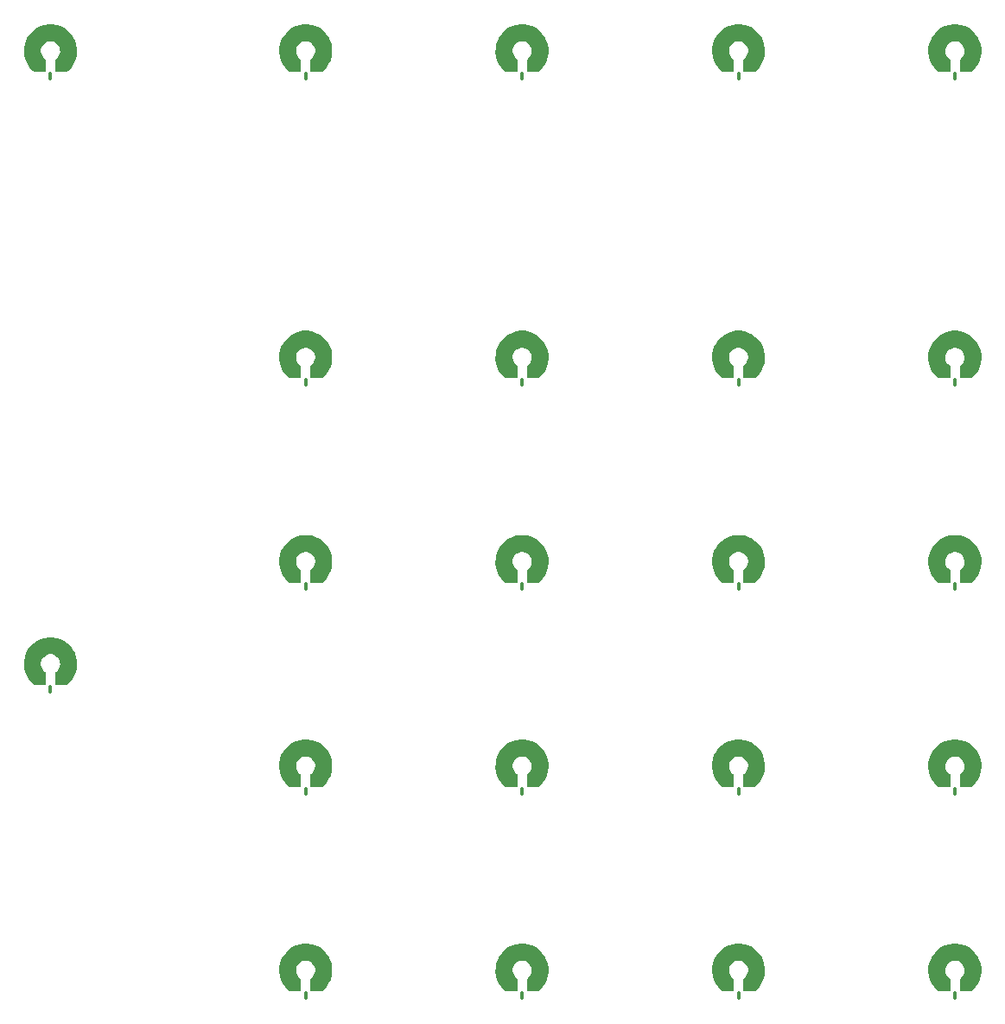
<source format=gbp>
G04*
G04 #@! TF.GenerationSoftware,Altium Limited,Altium Designer,24.9.1 (31)*
G04*
G04 Layer_Color=128*
%FSAX44Y44*%
%MOMM*%
G71*
G04*
G04 #@! TF.SameCoordinates,1C7D2F75-DE7C-4A18-9407-395BA348F32B*
G04*
G04*
G04 #@! TF.FilePolarity,Positive*
G04*
G01*
G75*
G04:AMPARAMS|DCode=10|XSize=0.8mm|YSize=0.39mm|CornerRadius=0.0975mm|HoleSize=0mm|Usage=FLASHONLY|Rotation=270.000|XOffset=0mm|YOffset=0mm|HoleType=Round|Shape=RoundedRectangle|*
%AMROUNDEDRECTD10*
21,1,0.8000,0.1950,0,0,270.0*
21,1,0.6050,0.3900,0,0,270.0*
1,1,0.1950,-0.0975,-0.3025*
1,1,0.1950,-0.0975,0.3025*
1,1,0.1950,0.0975,0.3025*
1,1,0.1950,0.0975,-0.3025*
%
%ADD10ROUNDEDRECTD10*%
G36*
X03842155Y02654068D02*
X03845999Y02652838D01*
X03849607Y02651029D01*
X03852892Y02648684D01*
X03855777Y02645862D01*
X03858192Y02642627D01*
X03860078Y02639059D01*
X03861391Y02635243D01*
X03862100Y02631270D01*
X03862187Y02627235D01*
X03861651Y02623235D01*
X03860503Y02619365D01*
X03858773Y02615719D01*
X03856500Y02612383D01*
X03853740Y02609439D01*
X03852149Y02608197D01*
X03840732Y02608197D01*
Y02620462D01*
Y02620462D01*
X03841605Y02621013D01*
X03843145Y02622385D01*
X03844351Y02624060D01*
X03845162Y02625956D01*
X03845541Y02627984D01*
X03845470Y02630045D01*
X03844951Y02632042D01*
X03844011Y02633878D01*
X03842693Y02635465D01*
X03841062Y02636727D01*
X03839194Y02637603D01*
X03837181Y02638052D01*
X03836150Y02638109D01*
X03836150D01*
X03835118Y02638052D01*
X03833105Y02637603D01*
X03831238Y02636727D01*
X03829606Y02635465D01*
X03828288Y02633878D01*
X03827348Y02632042D01*
X03826830Y02630045D01*
X03826758Y02627984D01*
X03827137Y02625956D01*
X03827949Y02624060D01*
X03829154Y02622385D01*
X03830694Y02621013D01*
X03831568Y02620462D01*
Y02608197D01*
X03820150Y02608197D01*
X03820150D01*
X03818559Y02609439D01*
X03815799Y02612383D01*
X03813527Y02615719D01*
X03811796Y02619365D01*
X03810649Y02623235D01*
X03810112Y02627235D01*
X03810199Y02631270D01*
X03810908Y02635243D01*
X03812221Y02639059D01*
X03814108Y02642627D01*
X03816522Y02645862D01*
X03819407Y02648684D01*
X03822692Y02651029D01*
X03826300Y02652838D01*
X03830144Y02654068D01*
X03834132Y02654691D01*
X03836150Y02654691D01*
X03838168Y02654691D01*
X03842155Y02654068D01*
D02*
G37*
G36*
X04054205Y02654068D02*
X04058049Y02652837D01*
X04061657Y02651028D01*
X04064942Y02648684D01*
X04067827Y02645862D01*
X04070241Y02642627D01*
X04072128Y02639059D01*
X04073441Y02635243D01*
X04074150Y02631270D01*
X04074237Y02627234D01*
X04073700Y02623234D01*
X04072553Y02619365D01*
X04070822Y02615719D01*
X04068550Y02612383D01*
X04065790Y02609438D01*
X04064199Y02608197D01*
X04052781Y02608197D01*
Y02620462D01*
Y02620462D01*
X04053655Y02621013D01*
X04055195Y02622385D01*
X04056400Y02624059D01*
X04057212Y02625956D01*
X04057591Y02627983D01*
X04057520Y02630045D01*
X04057001Y02632042D01*
X04056061Y02633877D01*
X04054743Y02635464D01*
X04053111Y02636727D01*
X04051244Y02637603D01*
X04049231Y02638052D01*
X04048199Y02638109D01*
X04048199D01*
X04047168Y02638052D01*
X04045155Y02637603D01*
X04043287Y02636727D01*
X04041656Y02635464D01*
X04040338Y02633877D01*
X04039398Y02632042D01*
X04038879Y02630045D01*
X04038808Y02627983D01*
X04039187Y02625956D01*
X04039998Y02624059D01*
X04041204Y02622385D01*
X04042744Y02621013D01*
X04043618Y02620462D01*
Y02608197D01*
X04032200Y02608197D01*
X04032200D01*
X04030609Y02609438D01*
X04027849Y02612383D01*
X04025576Y02615719D01*
X04023846Y02619365D01*
X04022698Y02623234D01*
X04022162Y02627234D01*
X04022249Y02631270D01*
X04022958Y02635243D01*
X04024271Y02639059D01*
X04026158Y02642627D01*
X04028572Y02645862D01*
X04031457Y02648684D01*
X04034742Y02651028D01*
X04038350Y02652837D01*
X04042194Y02654068D01*
X04046182Y02654691D01*
X04048199Y02654691D01*
X04050218Y02654691D01*
X04054205Y02654068D01*
D02*
G37*
G36*
X04266255Y02654068D02*
X04270099Y02652837D01*
X04273707Y02651028D01*
X04276992Y02648684D01*
X04279877Y02645861D01*
X04282291Y02642627D01*
X04284178Y02639059D01*
X04285491Y02635243D01*
X04286200Y02631270D01*
X04286287Y02627234D01*
X04285750Y02623234D01*
X04284603Y02619365D01*
X04282872Y02615718D01*
X04280600Y02612383D01*
X04277840Y02609438D01*
X04276249Y02608196D01*
X04264831Y02608196D01*
Y02620462D01*
Y02620462D01*
X04265705Y02621013D01*
X04267245Y02622385D01*
X04268450Y02624059D01*
X04269261Y02625956D01*
X04269641Y02627983D01*
X04269569Y02630045D01*
X04269051Y02632041D01*
X04268110Y02633877D01*
X04266793Y02635464D01*
X04265161Y02636726D01*
X04263294Y02637603D01*
X04261281Y02638052D01*
X04260249Y02638109D01*
X04260249D01*
X04259218Y02638052D01*
X04257205Y02637603D01*
X04255337Y02636726D01*
X04253706Y02635464D01*
X04252388Y02633877D01*
X04251447Y02632041D01*
X04250929Y02630045D01*
X04250858Y02627983D01*
X04251237Y02625956D01*
X04252048Y02624059D01*
X04253253Y02622385D01*
X04254794Y02621013D01*
X04255667Y02620462D01*
Y02608196D01*
X04244250Y02608196D01*
X04244250D01*
X04242659Y02609438D01*
X04239899Y02612383D01*
X04237626Y02615718D01*
X04235896Y02619365D01*
X04234748Y02623234D01*
X04234212Y02627234D01*
X04234299Y02631269D01*
X04235008Y02635243D01*
X04236321Y02639059D01*
X04238207Y02642627D01*
X04240622Y02645861D01*
X04243506Y02648684D01*
X04246792Y02651028D01*
X04250400Y02652837D01*
X04254243Y02654068D01*
X04258231Y02654691D01*
X04260249Y02654691D01*
X04262267Y02654691D01*
X04266255Y02654068D01*
D02*
G37*
G36*
X04478305Y02654067D02*
X04482149Y02652837D01*
X04485757Y02651028D01*
X04489042Y02648684D01*
X04491927Y02645861D01*
X04494341Y02642627D01*
X04496227Y02639059D01*
X04497541Y02635243D01*
X04498250Y02631269D01*
X04498336Y02627234D01*
X04497800Y02623234D01*
X04496653Y02619364D01*
X04494922Y02615718D01*
X04492650Y02612383D01*
X04489890Y02609438D01*
X04488299Y02608196D01*
X04476881Y02608196D01*
Y02620462D01*
Y02620462D01*
X04477755Y02621013D01*
X04479295Y02622385D01*
X04480500Y02624059D01*
X04481311Y02625956D01*
X04481691Y02627983D01*
X04481619Y02630045D01*
X04481101Y02632041D01*
X04480160Y02633877D01*
X04478842Y02635464D01*
X04477211Y02636726D01*
X04475344Y02637603D01*
X04473330Y02638052D01*
X04472299Y02638109D01*
X04472299D01*
X04471268Y02638052D01*
X04469254Y02637603D01*
X04467387Y02636726D01*
X04465756Y02635464D01*
X04464438Y02633877D01*
X04463497Y02632041D01*
X04462979Y02630045D01*
X04462907Y02627983D01*
X04463287Y02625956D01*
X04464098Y02624059D01*
X04465303Y02622385D01*
X04466844Y02621013D01*
X04467717Y02620462D01*
Y02608196D01*
X04456299Y02608196D01*
X04456299D01*
X04454709Y02609438D01*
X04451949Y02612383D01*
X04449676Y02615718D01*
X04447946Y02619364D01*
X04446798Y02623234D01*
X04446262Y02627234D01*
X04446349Y02631269D01*
X04447057Y02635242D01*
X04448371Y02639059D01*
X04450257Y02642627D01*
X04452672Y02645861D01*
X04455556Y02648684D01*
X04458842Y02651028D01*
X04462450Y02652837D01*
X04466293Y02654067D01*
X04470281Y02654690D01*
X04472299Y02654690D01*
X04474317Y02654690D01*
X04478305Y02654067D01*
D02*
G37*
G36*
X03592155Y02654064D02*
X03595998Y02652833D01*
X03599606Y02651024D01*
X03602892Y02648680D01*
X03605776Y02645858D01*
X03608191Y02642623D01*
X03610077Y02639055D01*
X03611390Y02635239D01*
X03612099Y02631266D01*
X03612186Y02627231D01*
X03611649Y02623230D01*
X03610502Y02619361D01*
X03608772Y02615715D01*
X03606499Y02612379D01*
X03603739Y02609435D01*
X03602148Y02608193D01*
X03590731Y02608193D01*
Y02620458D01*
Y02620458D01*
X03591604Y02621010D01*
X03593145Y02622381D01*
X03594349Y02624055D01*
X03595161Y02625952D01*
X03595540Y02627980D01*
X03595469Y02630041D01*
X03594951Y02632038D01*
X03594010Y02633874D01*
X03592692Y02635461D01*
X03591060Y02636723D01*
X03589193Y02637599D01*
X03587180Y02638048D01*
X03586149Y02638105D01*
X03586149D01*
X03585117Y02638048D01*
X03583104Y02637599D01*
X03581237Y02636723D01*
X03579605Y02635461D01*
X03578287Y02633874D01*
X03577347Y02632038D01*
X03576828Y02630041D01*
X03576757Y02627980D01*
X03577136Y02625952D01*
X03577948Y02624055D01*
X03579153Y02622381D01*
X03580693Y02621010D01*
X03581567Y02620458D01*
Y02608193D01*
X03570149Y02608193D01*
X03570149D01*
X03568558Y02609435D01*
X03565798Y02612379D01*
X03563526Y02615715D01*
X03561795Y02619361D01*
X03560648Y02623230D01*
X03560111Y02627231D01*
X03560198Y02631266D01*
X03560907Y02635239D01*
X03562220Y02639055D01*
X03564107Y02642623D01*
X03566521Y02645858D01*
X03569406Y02648680D01*
X03572691Y02651024D01*
X03576299Y02652833D01*
X03580143Y02654064D01*
X03584131Y02654687D01*
X03586149Y02654687D01*
X03588167Y02654687D01*
X03592155Y02654064D01*
D02*
G37*
G36*
X03842155Y02354063D02*
X03845999Y02352832D01*
X03849607Y02351024D01*
X03852892Y02348680D01*
X03855777Y02345857D01*
X03858192Y02342622D01*
X03860078Y02339054D01*
X03861391Y02335238D01*
X03862100Y02331265D01*
X03862187Y02327230D01*
X03861651Y02323230D01*
X03860503Y02319360D01*
X03858773Y02315714D01*
X03856500Y02312379D01*
X03853740Y02309434D01*
X03852149Y02308192D01*
X03840732Y02308192D01*
Y02320457D01*
Y02320457D01*
X03841605Y02321009D01*
X03843145Y02322380D01*
X03844351Y02324055D01*
X03845162Y02325951D01*
X03845541Y02327979D01*
X03845470Y02330040D01*
X03844951Y02332037D01*
X03844011Y02333873D01*
X03842693Y02335460D01*
X03841062Y02336722D01*
X03839194Y02337598D01*
X03837181Y02338047D01*
X03836150Y02338104D01*
X03836150D01*
X03835118Y02338047D01*
X03833105Y02337598D01*
X03831238Y02336722D01*
X03829606Y02335460D01*
X03828288Y02333873D01*
X03827348Y02332037D01*
X03826830Y02330040D01*
X03826758Y02327979D01*
X03827137Y02325951D01*
X03827949Y02324055D01*
X03829154Y02322380D01*
X03830694Y02321009D01*
X03831568Y02320457D01*
Y02308192D01*
X03820150Y02308192D01*
X03820150D01*
X03818559Y02309434D01*
X03815799Y02312379D01*
X03813527Y02315714D01*
X03811796Y02319360D01*
X03810649Y02323230D01*
X03810112Y02327230D01*
X03810199Y02331265D01*
X03810908Y02335238D01*
X03812221Y02339054D01*
X03814108Y02342622D01*
X03816522Y02345857D01*
X03819407Y02348680D01*
X03822692Y02351024D01*
X03826300Y02352832D01*
X03830144Y02354063D01*
X03834132Y02354686D01*
X03836150Y02354686D01*
X03838168Y02354686D01*
X03842155Y02354063D01*
D02*
G37*
G36*
X04054205Y02354063D02*
X04058049Y02352832D01*
X04061657Y02351023D01*
X04064942Y02348679D01*
X04067827Y02345856D01*
X04070241Y02342622D01*
X04072128Y02339054D01*
X04073441Y02335238D01*
X04074150Y02331265D01*
X04074237Y02327229D01*
X04073700Y02323229D01*
X04072553Y02319360D01*
X04070822Y02315714D01*
X04068550Y02312378D01*
X04065790Y02309433D01*
X04064199Y02308192D01*
X04052781Y02308192D01*
Y02320457D01*
Y02320457D01*
X04053655Y02321008D01*
X04055195Y02322380D01*
X04056400Y02324055D01*
X04057212Y02325951D01*
X04057591Y02327979D01*
X04057520Y02330040D01*
X04057001Y02332037D01*
X04056061Y02333872D01*
X04054743Y02335459D01*
X04053111Y02336721D01*
X04051244Y02337598D01*
X04049231Y02338047D01*
X04048199Y02338104D01*
X04048199D01*
X04047168Y02338047D01*
X04045155Y02337598D01*
X04043287Y02336721D01*
X04041656Y02335459D01*
X04040338Y02333872D01*
X04039398Y02332037D01*
X04038879Y02330040D01*
X04038808Y02327979D01*
X04039187Y02325951D01*
X04039998Y02324055D01*
X04041204Y02322380D01*
X04042744Y02321008D01*
X04043618Y02320457D01*
Y02308192D01*
X04032200Y02308192D01*
X04032200D01*
X04030609Y02309433D01*
X04027849Y02312378D01*
X04025576Y02315714D01*
X04023846Y02319360D01*
X04022698Y02323229D01*
X04022162Y02327229D01*
X04022249Y02331264D01*
X04022958Y02335238D01*
X04024271Y02339054D01*
X04026158Y02342622D01*
X04028572Y02345856D01*
X04031457Y02348679D01*
X04034742Y02351023D01*
X04038350Y02352832D01*
X04042194Y02354063D01*
X04046182Y02354686D01*
X04048199Y02354686D01*
X04050218Y02354686D01*
X04054205Y02354063D01*
D02*
G37*
G36*
X04266255Y02354063D02*
X04270099Y02352832D01*
X04273707Y02351023D01*
X04276992Y02348679D01*
X04279877Y02345856D01*
X04282291Y02342622D01*
X04284178Y02339054D01*
X04285491Y02335238D01*
X04286200Y02331264D01*
X04286287Y02327229D01*
X04285750Y02323229D01*
X04284603Y02319360D01*
X04282872Y02315714D01*
X04280600Y02312378D01*
X04277840Y02309433D01*
X04276249Y02308191D01*
X04264831Y02308191D01*
Y02320457D01*
Y02320457D01*
X04265705Y02321008D01*
X04267245Y02322380D01*
X04268450Y02324054D01*
X04269261Y02325951D01*
X04269641Y02327978D01*
X04269569Y02330040D01*
X04269051Y02332036D01*
X04268110Y02333872D01*
X04266793Y02335459D01*
X04265161Y02336721D01*
X04263294Y02337598D01*
X04261281Y02338047D01*
X04260249Y02338104D01*
X04260249D01*
X04259218Y02338047D01*
X04257205Y02337598D01*
X04255337Y02336721D01*
X04253706Y02335459D01*
X04252388Y02333872D01*
X04251447Y02332036D01*
X04250929Y02330040D01*
X04250858Y02327978D01*
X04251237Y02325951D01*
X04252048Y02324054D01*
X04253253Y02322380D01*
X04254794Y02321008D01*
X04255667Y02320457D01*
Y02308191D01*
X04244250Y02308191D01*
X04244250D01*
X04242659Y02309433D01*
X04239899Y02312378D01*
X04237626Y02315714D01*
X04235896Y02319360D01*
X04234748Y02323229D01*
X04234212Y02327229D01*
X04234299Y02331264D01*
X04235008Y02335238D01*
X04236321Y02339054D01*
X04238207Y02342622D01*
X04240622Y02345856D01*
X04243506Y02348679D01*
X04246792Y02351023D01*
X04250400Y02352832D01*
X04254243Y02354063D01*
X04258231Y02354686D01*
X04260249Y02354686D01*
X04262267Y02354686D01*
X04266255Y02354063D01*
D02*
G37*
G36*
X04478305Y02354062D02*
X04482149Y02352832D01*
X04485757Y02351023D01*
X04489042Y02348679D01*
X04491927Y02345856D01*
X04494341Y02342622D01*
X04496227Y02339054D01*
X04497541Y02335237D01*
X04498250Y02331264D01*
X04498336Y02327229D01*
X04497800Y02323229D01*
X04496653Y02319359D01*
X04494922Y02315713D01*
X04492650Y02312378D01*
X04489890Y02309433D01*
X04488299Y02308191D01*
X04476881Y02308191D01*
Y02320457D01*
Y02320457D01*
X04477755Y02321008D01*
X04479295Y02322380D01*
X04480500Y02324054D01*
X04481311Y02325950D01*
X04481691Y02327978D01*
X04481619Y02330040D01*
X04481101Y02332036D01*
X04480160Y02333872D01*
X04478842Y02335459D01*
X04477211Y02336721D01*
X04475344Y02337598D01*
X04473330Y02338047D01*
X04472299Y02338103D01*
X04472299D01*
X04471268Y02338047D01*
X04469254Y02337598D01*
X04467387Y02336721D01*
X04465756Y02335459D01*
X04464438Y02333872D01*
X04463497Y02332036D01*
X04462979Y02330040D01*
X04462907Y02327978D01*
X04463287Y02325950D01*
X04464098Y02324054D01*
X04465303Y02322380D01*
X04466844Y02321008D01*
X04467717Y02320457D01*
Y02308191D01*
X04456299Y02308191D01*
X04456299D01*
X04454709Y02309433D01*
X04451949Y02312378D01*
X04449676Y02315713D01*
X04447946Y02319359D01*
X04446798Y02323229D01*
X04446262Y02327229D01*
X04446349Y02331264D01*
X04447057Y02335237D01*
X04448371Y02339054D01*
X04450257Y02342622D01*
X04452672Y02345856D01*
X04455556Y02348679D01*
X04458842Y02351023D01*
X04462450Y02352832D01*
X04466293Y02354062D01*
X04470281Y02354685D01*
X04472299Y02354685D01*
X04474317Y02354685D01*
X04478305Y02354062D01*
D02*
G37*
G36*
X03842155Y02154063D02*
X03845999Y02152832D01*
X03849607Y02151024D01*
X03852892Y02148679D01*
X03855777Y02145856D01*
X03858192Y02142622D01*
X03860078Y02139054D01*
X03861391Y02135238D01*
X03862100Y02131265D01*
X03862187Y02127230D01*
X03861651Y02123229D01*
X03860503Y02119360D01*
X03858773Y02115714D01*
X03856500Y02112378D01*
X03853740Y02109434D01*
X03852149Y02108192D01*
X03840732Y02108192D01*
Y02120457D01*
Y02120457D01*
X03841605Y02121009D01*
X03843145Y02122380D01*
X03844351Y02124055D01*
X03845162Y02125951D01*
X03845541Y02127979D01*
X03845470Y02130040D01*
X03844951Y02132037D01*
X03844011Y02133873D01*
X03842693Y02135460D01*
X03841062Y02136722D01*
X03839194Y02137598D01*
X03837181Y02138047D01*
X03836150Y02138104D01*
X03836150D01*
X03835118Y02138047D01*
X03833105Y02137598D01*
X03831238Y02136722D01*
X03829606Y02135460D01*
X03828288Y02133873D01*
X03827348Y02132037D01*
X03826830Y02130040D01*
X03826758Y02127979D01*
X03827137Y02125951D01*
X03827949Y02124055D01*
X03829154Y02122380D01*
X03830694Y02121008D01*
X03831568Y02120457D01*
Y02108192D01*
X03820150Y02108192D01*
X03820150D01*
X03818559Y02109434D01*
X03815799Y02112378D01*
X03813527Y02115714D01*
X03811796Y02119360D01*
X03810649Y02123229D01*
X03810112Y02127230D01*
X03810199Y02131265D01*
X03810908Y02135238D01*
X03812221Y02139054D01*
X03814108Y02142622D01*
X03816522Y02145856D01*
X03819407Y02148679D01*
X03822692Y02151024D01*
X03826300Y02152832D01*
X03830144Y02154063D01*
X03834132Y02154686D01*
X03836150Y02154686D01*
X03838168Y02154686D01*
X03842155Y02154063D01*
D02*
G37*
G36*
X04054205Y02154063D02*
X04058049Y02152832D01*
X04061657Y02151023D01*
X04064942Y02148679D01*
X04067827Y02145856D01*
X04070241Y02142622D01*
X04072128Y02139054D01*
X04073441Y02135238D01*
X04074150Y02131264D01*
X04074237Y02127229D01*
X04073700Y02123229D01*
X04072553Y02119360D01*
X04070822Y02115714D01*
X04068550Y02112378D01*
X04065790Y02109433D01*
X04064199Y02108192D01*
X04052781Y02108192D01*
Y02120457D01*
Y02120457D01*
X04053655Y02121008D01*
X04055195Y02122380D01*
X04056400Y02124054D01*
X04057212Y02125951D01*
X04057591Y02127978D01*
X04057520Y02130040D01*
X04057001Y02132037D01*
X04056061Y02133872D01*
X04054743Y02135459D01*
X04053111Y02136721D01*
X04051244Y02137598D01*
X04049231Y02138047D01*
X04048199Y02138104D01*
X04048199D01*
X04047168Y02138047D01*
X04045155Y02137598D01*
X04043287Y02136721D01*
X04041656Y02135459D01*
X04040338Y02133872D01*
X04039398Y02132037D01*
X04038879Y02130040D01*
X04038808Y02127978D01*
X04039187Y02125951D01*
X04039998Y02124054D01*
X04041204Y02122380D01*
X04042744Y02121008D01*
X04043618Y02120457D01*
Y02108192D01*
X04032200Y02108192D01*
X04032200D01*
X04030609Y02109433D01*
X04027849Y02112378D01*
X04025576Y02115714D01*
X04023846Y02119360D01*
X04022698Y02123229D01*
X04022162Y02127229D01*
X04022249Y02131264D01*
X04022958Y02135238D01*
X04024271Y02139054D01*
X04026158Y02142622D01*
X04028572Y02145856D01*
X04031457Y02148679D01*
X04034742Y02151023D01*
X04038350Y02152832D01*
X04042194Y02154063D01*
X04046182Y02154686D01*
X04048199Y02154686D01*
X04050218Y02154686D01*
X04054205Y02154063D01*
D02*
G37*
G36*
X04266255Y02154063D02*
X04270099Y02152832D01*
X04273707Y02151023D01*
X04276992Y02148679D01*
X04279877Y02145856D01*
X04282291Y02142622D01*
X04284178Y02139054D01*
X04285491Y02135238D01*
X04286200Y02131264D01*
X04286287Y02127229D01*
X04285750Y02123229D01*
X04284603Y02119359D01*
X04282872Y02115713D01*
X04280600Y02112378D01*
X04277840Y02109433D01*
X04276249Y02108191D01*
X04264831Y02108191D01*
Y02120457D01*
Y02120457D01*
X04265705Y02121008D01*
X04267245Y02122380D01*
X04268450Y02124054D01*
X04269261Y02125951D01*
X04269641Y02127978D01*
X04269569Y02130040D01*
X04269051Y02132036D01*
X04268110Y02133872D01*
X04266793Y02135459D01*
X04265161Y02136721D01*
X04263294Y02137598D01*
X04261281Y02138047D01*
X04260249Y02138104D01*
X04260249D01*
X04259218Y02138047D01*
X04257205Y02137598D01*
X04255337Y02136721D01*
X04253706Y02135459D01*
X04252388Y02133872D01*
X04251447Y02132036D01*
X04250929Y02130040D01*
X04250858Y02127978D01*
X04251237Y02125951D01*
X04252048Y02124054D01*
X04253253Y02122380D01*
X04254794Y02121008D01*
X04255667Y02120457D01*
Y02108191D01*
X04244250Y02108191D01*
X04244250D01*
X04242659Y02109433D01*
X04239899Y02112378D01*
X04237626Y02115713D01*
X04235896Y02119359D01*
X04234748Y02123229D01*
X04234212Y02127229D01*
X04234299Y02131264D01*
X04235008Y02135238D01*
X04236321Y02139054D01*
X04238207Y02142622D01*
X04240622Y02145856D01*
X04243506Y02148679D01*
X04246792Y02151023D01*
X04250400Y02152832D01*
X04254243Y02154063D01*
X04258231Y02154685D01*
X04260249Y02154685D01*
X04262267Y02154685D01*
X04266255Y02154063D01*
D02*
G37*
G36*
X04478305Y02154062D02*
X04482149Y02152832D01*
X04485757Y02151023D01*
X04489042Y02148679D01*
X04491927Y02145856D01*
X04494341Y02142622D01*
X04496227Y02139054D01*
X04497541Y02135237D01*
X04498250Y02131264D01*
X04498336Y02127229D01*
X04497800Y02123229D01*
X04496653Y02119359D01*
X04494922Y02115713D01*
X04492650Y02112378D01*
X04489890Y02109433D01*
X04488299Y02108191D01*
X04476881Y02108191D01*
Y02120457D01*
Y02120457D01*
X04477755Y02121008D01*
X04479295Y02122380D01*
X04480500Y02124054D01*
X04481311Y02125950D01*
X04481691Y02127978D01*
X04481619Y02130040D01*
X04481101Y02132036D01*
X04480160Y02133872D01*
X04478842Y02135459D01*
X04477211Y02136721D01*
X04475344Y02137598D01*
X04473330Y02138047D01*
X04472299Y02138103D01*
X04472299D01*
X04471268Y02138047D01*
X04469254Y02137598D01*
X04467387Y02136721D01*
X04465756Y02135459D01*
X04464438Y02133872D01*
X04463497Y02132036D01*
X04462979Y02130040D01*
X04462907Y02127978D01*
X04463287Y02125950D01*
X04464098Y02124054D01*
X04465303Y02122380D01*
X04466844Y02121008D01*
X04467717Y02120457D01*
Y02108191D01*
X04456299Y02108191D01*
X04456299D01*
X04454709Y02109433D01*
X04451949Y02112378D01*
X04449676Y02115713D01*
X04447946Y02119359D01*
X04446798Y02123229D01*
X04446262Y02127229D01*
X04446349Y02131264D01*
X04447057Y02135237D01*
X04448371Y02139054D01*
X04450257Y02142622D01*
X04452672Y02145856D01*
X04455556Y02148679D01*
X04458842Y02151023D01*
X04462450Y02152832D01*
X04466293Y02154062D01*
X04470281Y02154685D01*
X04472299Y02154685D01*
X04474317Y02154685D01*
X04478305Y02154062D01*
D02*
G37*
G36*
X03592155Y02054063D02*
X03595998Y02052832D01*
X03599606Y02051024D01*
X03602892Y02048679D01*
X03605776Y02045856D01*
X03608191Y02042622D01*
X03610077Y02039054D01*
X03611390Y02035238D01*
X03612099Y02031265D01*
X03612186Y02027230D01*
X03611650Y02023229D01*
X03610502Y02019360D01*
X03608772Y02015714D01*
X03606499Y02012378D01*
X03603739Y02009434D01*
X03602148Y02008192D01*
X03590731Y02008192D01*
Y02020457D01*
Y02020457D01*
X03591604Y02021008D01*
X03593145Y02022380D01*
X03594349Y02024055D01*
X03595161Y02025951D01*
X03595540Y02027979D01*
X03595469Y02030040D01*
X03594951Y02032037D01*
X03594010Y02033873D01*
X03592692Y02035460D01*
X03591060Y02036722D01*
X03589193Y02037598D01*
X03587180Y02038047D01*
X03586149Y02038104D01*
X03586149D01*
X03585117Y02038047D01*
X03583104Y02037598D01*
X03581237Y02036722D01*
X03579605Y02035460D01*
X03578287Y02033873D01*
X03577347Y02032037D01*
X03576828Y02030040D01*
X03576757Y02027979D01*
X03577136Y02025951D01*
X03577948Y02024055D01*
X03579153Y02022380D01*
X03580693Y02021008D01*
X03581567Y02020457D01*
Y02008192D01*
X03570149Y02008192D01*
X03570149D01*
X03568558Y02009434D01*
X03565798Y02012378D01*
X03563526Y02015714D01*
X03561795Y02019360D01*
X03560648Y02023229D01*
X03560111Y02027230D01*
X03560198Y02031265D01*
X03560907Y02035238D01*
X03562220Y02039054D01*
X03564107Y02042622D01*
X03566521Y02045856D01*
X03569406Y02048679D01*
X03572691Y02051024D01*
X03576299Y02052832D01*
X03580143Y02054063D01*
X03584131Y02054686D01*
X03586149Y02054686D01*
X03588167Y02054686D01*
X03592155Y02054063D01*
D02*
G37*
G36*
X03842155Y01954063D02*
X03845999Y01952832D01*
X03849607Y01951024D01*
X03852892Y01948679D01*
X03855777Y01945856D01*
X03858192Y01942622D01*
X03860078Y01939054D01*
X03861391Y01935238D01*
X03862100Y01931265D01*
X03862187Y01927230D01*
X03861651Y01923229D01*
X03860503Y01919360D01*
X03858773Y01915714D01*
X03856500Y01912378D01*
X03853740Y01909434D01*
X03852149Y01908192D01*
X03840732Y01908192D01*
Y01920457D01*
Y01920457D01*
X03841605Y01921009D01*
X03843145Y01922380D01*
X03844351Y01924055D01*
X03845162Y01925951D01*
X03845541Y01927979D01*
X03845470Y01930040D01*
X03844951Y01932037D01*
X03844011Y01933873D01*
X03842693Y01935460D01*
X03841062Y01936722D01*
X03839194Y01937598D01*
X03837181Y01938047D01*
X03836150Y01938104D01*
X03836150D01*
X03835118Y01938047D01*
X03833105Y01937598D01*
X03831238Y01936722D01*
X03829606Y01935460D01*
X03828288Y01933873D01*
X03827348Y01932037D01*
X03826830Y01930040D01*
X03826758Y01927979D01*
X03827137Y01925951D01*
X03827949Y01924055D01*
X03829154Y01922380D01*
X03830694Y01921008D01*
X03831568Y01920457D01*
Y01908192D01*
X03820150Y01908192D01*
X03820150D01*
X03818559Y01909434D01*
X03815799Y01912378D01*
X03813527Y01915714D01*
X03811796Y01919360D01*
X03810649Y01923229D01*
X03810112Y01927230D01*
X03810199Y01931265D01*
X03810908Y01935238D01*
X03812221Y01939054D01*
X03814108Y01942622D01*
X03816522Y01945856D01*
X03819407Y01948679D01*
X03822692Y01951024D01*
X03826300Y01952832D01*
X03830144Y01954063D01*
X03834132Y01954686D01*
X03836150Y01954686D01*
X03838168Y01954686D01*
X03842155Y01954063D01*
D02*
G37*
G36*
X04054205Y01954063D02*
X04058049Y01952832D01*
X04061657Y01951023D01*
X04064942Y01948679D01*
X04067827Y01945856D01*
X04070241Y01942622D01*
X04072128Y01939054D01*
X04073441Y01935238D01*
X04074150Y01931264D01*
X04074237Y01927229D01*
X04073700Y01923229D01*
X04072553Y01919360D01*
X04070822Y01915714D01*
X04068550Y01912378D01*
X04065790Y01909433D01*
X04064199Y01908192D01*
X04052781Y01908192D01*
Y01920457D01*
Y01920457D01*
X04053655Y01921008D01*
X04055195Y01922380D01*
X04056400Y01924054D01*
X04057212Y01925951D01*
X04057591Y01927978D01*
X04057520Y01930040D01*
X04057001Y01932036D01*
X04056061Y01933872D01*
X04054743Y01935459D01*
X04053111Y01936721D01*
X04051244Y01937598D01*
X04049231Y01938047D01*
X04048199Y01938104D01*
X04048199D01*
X04047168Y01938047D01*
X04045155Y01937598D01*
X04043287Y01936721D01*
X04041656Y01935459D01*
X04040338Y01933872D01*
X04039398Y01932036D01*
X04038879Y01930040D01*
X04038808Y01927978D01*
X04039187Y01925951D01*
X04039998Y01924054D01*
X04041204Y01922380D01*
X04042744Y01921008D01*
X04043618Y01920457D01*
Y01908192D01*
X04032200Y01908192D01*
X04032200D01*
X04030609Y01909433D01*
X04027849Y01912378D01*
X04025576Y01915714D01*
X04023846Y01919360D01*
X04022698Y01923229D01*
X04022162Y01927229D01*
X04022249Y01931264D01*
X04022958Y01935238D01*
X04024271Y01939054D01*
X04026158Y01942622D01*
X04028572Y01945856D01*
X04031457Y01948679D01*
X04034742Y01951023D01*
X04038350Y01952832D01*
X04042194Y01954063D01*
X04046182Y01954686D01*
X04048199Y01954686D01*
X04050218Y01954686D01*
X04054205Y01954063D01*
D02*
G37*
G36*
X04266255Y01954063D02*
X04270099Y01952832D01*
X04273707Y01951023D01*
X04276992Y01948679D01*
X04279877Y01945856D01*
X04282291Y01942622D01*
X04284178Y01939054D01*
X04285491Y01935238D01*
X04286200Y01931264D01*
X04286287Y01927229D01*
X04285750Y01923229D01*
X04284603Y01919359D01*
X04282872Y01915713D01*
X04280600Y01912378D01*
X04277840Y01909433D01*
X04276249Y01908191D01*
X04264831Y01908191D01*
Y01920457D01*
Y01920457D01*
X04265705Y01921008D01*
X04267245Y01922380D01*
X04268450Y01924054D01*
X04269261Y01925951D01*
X04269641Y01927978D01*
X04269569Y01930040D01*
X04269051Y01932036D01*
X04268110Y01933872D01*
X04266793Y01935459D01*
X04265161Y01936721D01*
X04263294Y01937598D01*
X04261281Y01938047D01*
X04260249Y01938104D01*
X04260249D01*
X04259218Y01938047D01*
X04257205Y01937598D01*
X04255337Y01936721D01*
X04253706Y01935459D01*
X04252388Y01933872D01*
X04251447Y01932036D01*
X04250929Y01930040D01*
X04250858Y01927978D01*
X04251237Y01925951D01*
X04252048Y01924054D01*
X04253253Y01922380D01*
X04254794Y01921008D01*
X04255667Y01920457D01*
Y01908191D01*
X04244250Y01908191D01*
X04244250D01*
X04242659Y01909433D01*
X04239899Y01912378D01*
X04237626Y01915713D01*
X04235896Y01919359D01*
X04234748Y01923229D01*
X04234212Y01927229D01*
X04234299Y01931264D01*
X04235008Y01935238D01*
X04236321Y01939054D01*
X04238207Y01942622D01*
X04240622Y01945856D01*
X04243506Y01948679D01*
X04246792Y01951023D01*
X04250400Y01952832D01*
X04254243Y01954063D01*
X04258231Y01954685D01*
X04260249Y01954685D01*
X04262267Y01954685D01*
X04266255Y01954063D01*
D02*
G37*
G36*
X04478305Y01954062D02*
X04482149Y01952832D01*
X04485757Y01951023D01*
X04489042Y01948679D01*
X04491927Y01945856D01*
X04494341Y01942622D01*
X04496227Y01939054D01*
X04497541Y01935237D01*
X04498250Y01931264D01*
X04498336Y01927229D01*
X04497800Y01923229D01*
X04496653Y01919359D01*
X04494922Y01915713D01*
X04492650Y01912378D01*
X04489890Y01909433D01*
X04488299Y01908191D01*
X04476881Y01908191D01*
Y01920457D01*
Y01920457D01*
X04477755Y01921008D01*
X04479295Y01922380D01*
X04480500Y01924054D01*
X04481311Y01925950D01*
X04481691Y01927978D01*
X04481619Y01930040D01*
X04481101Y01932036D01*
X04480160Y01933872D01*
X04478842Y01935459D01*
X04477211Y01936721D01*
X04475344Y01937598D01*
X04473330Y01938047D01*
X04472299Y01938103D01*
X04472299D01*
X04471268Y01938047D01*
X04469254Y01937598D01*
X04467387Y01936721D01*
X04465756Y01935459D01*
X04464438Y01933872D01*
X04463497Y01932036D01*
X04462979Y01930040D01*
X04462907Y01927978D01*
X04463287Y01925950D01*
X04464098Y01924054D01*
X04465303Y01922380D01*
X04466844Y01921008D01*
X04467717Y01920457D01*
Y01908191D01*
X04456299Y01908191D01*
X04456299D01*
X04454709Y01909433D01*
X04451949Y01912378D01*
X04449676Y01915713D01*
X04447946Y01919359D01*
X04446798Y01923229D01*
X04446262Y01927229D01*
X04446349Y01931264D01*
X04447057Y01935237D01*
X04448371Y01939054D01*
X04450257Y01942622D01*
X04452672Y01945856D01*
X04455556Y01948679D01*
X04458842Y01951023D01*
X04462450Y01952832D01*
X04466293Y01954062D01*
X04470281Y01954685D01*
X04472299Y01954685D01*
X04474317Y01954685D01*
X04478305Y01954062D01*
D02*
G37*
G36*
X03842155Y01754063D02*
X03845999Y01752832D01*
X03849607Y01751023D01*
X03852892Y01748679D01*
X03855777Y01745856D01*
X03858192Y01742622D01*
X03860078Y01739054D01*
X03861391Y01735238D01*
X03862100Y01731265D01*
X03862187Y01727230D01*
X03861651Y01723229D01*
X03860503Y01719360D01*
X03858773Y01715714D01*
X03856500Y01712378D01*
X03853740Y01709434D01*
X03852149Y01708192D01*
X03840732Y01708192D01*
Y01720457D01*
Y01720457D01*
X03841605Y01721008D01*
X03843145Y01722380D01*
X03844351Y01724055D01*
X03845162Y01725951D01*
X03845541Y01727979D01*
X03845470Y01730040D01*
X03844951Y01732037D01*
X03844011Y01733873D01*
X03842693Y01735459D01*
X03841062Y01736722D01*
X03839194Y01737598D01*
X03837181Y01738047D01*
X03836150Y01738104D01*
X03836150D01*
X03835118Y01738047D01*
X03833105Y01737598D01*
X03831238Y01736722D01*
X03829606Y01735459D01*
X03828288Y01733873D01*
X03827348Y01732037D01*
X03826830Y01730040D01*
X03826758Y01727979D01*
X03827137Y01725951D01*
X03827949Y01724055D01*
X03829154Y01722380D01*
X03830694Y01721008D01*
X03831568Y01720457D01*
Y01708192D01*
X03820150Y01708192D01*
X03820150D01*
X03818559Y01709434D01*
X03815799Y01712378D01*
X03813527Y01715714D01*
X03811796Y01719360D01*
X03810649Y01723229D01*
X03810112Y01727229D01*
X03810199Y01731265D01*
X03810908Y01735238D01*
X03812221Y01739054D01*
X03814108Y01742622D01*
X03816522Y01745856D01*
X03819407Y01748679D01*
X03822692Y01751023D01*
X03826300Y01752832D01*
X03830144Y01754063D01*
X03834132Y01754686D01*
X03836150Y01754686D01*
X03838168Y01754686D01*
X03842155Y01754063D01*
D02*
G37*
G36*
X04054205Y01754063D02*
X04058049Y01752832D01*
X04061657Y01751023D01*
X04064942Y01748679D01*
X04067827Y01745856D01*
X04070241Y01742622D01*
X04072128Y01739054D01*
X04073441Y01735238D01*
X04074150Y01731264D01*
X04074237Y01727229D01*
X04073700Y01723229D01*
X04072553Y01719360D01*
X04070822Y01715714D01*
X04068550Y01712378D01*
X04065790Y01709433D01*
X04064199Y01708192D01*
X04052781Y01708192D01*
Y01720457D01*
Y01720457D01*
X04053655Y01721008D01*
X04055195Y01722380D01*
X04056400Y01724054D01*
X04057212Y01725951D01*
X04057591Y01727978D01*
X04057520Y01730040D01*
X04057001Y01732036D01*
X04056061Y01733872D01*
X04054743Y01735459D01*
X04053111Y01736721D01*
X04051244Y01737598D01*
X04049231Y01738047D01*
X04048199Y01738104D01*
X04048199D01*
X04047168Y01738047D01*
X04045155Y01737598D01*
X04043287Y01736721D01*
X04041656Y01735459D01*
X04040338Y01733872D01*
X04039398Y01732036D01*
X04038879Y01730040D01*
X04038808Y01727978D01*
X04039187Y01725951D01*
X04039998Y01724054D01*
X04041204Y01722380D01*
X04042744Y01721008D01*
X04043618Y01720457D01*
Y01708192D01*
X04032200Y01708192D01*
X04032200D01*
X04030609Y01709433D01*
X04027849Y01712378D01*
X04025576Y01715714D01*
X04023846Y01719360D01*
X04022698Y01723229D01*
X04022162Y01727229D01*
X04022249Y01731264D01*
X04022958Y01735238D01*
X04024271Y01739054D01*
X04026158Y01742622D01*
X04028572Y01745856D01*
X04031457Y01748679D01*
X04034742Y01751023D01*
X04038350Y01752832D01*
X04042194Y01754063D01*
X04046182Y01754686D01*
X04048199Y01754686D01*
X04050218Y01754686D01*
X04054205Y01754063D01*
D02*
G37*
G36*
X04266255Y01754063D02*
X04270099Y01752832D01*
X04273707Y01751023D01*
X04276992Y01748679D01*
X04279877Y01745856D01*
X04282291Y01742622D01*
X04284178Y01739054D01*
X04285491Y01735237D01*
X04286200Y01731264D01*
X04286287Y01727229D01*
X04285750Y01723229D01*
X04284603Y01719359D01*
X04282872Y01715713D01*
X04280600Y01712378D01*
X04277840Y01709433D01*
X04276249Y01708191D01*
X04264831Y01708191D01*
Y01720457D01*
Y01720457D01*
X04265705Y01721008D01*
X04267245Y01722380D01*
X04268450Y01724054D01*
X04269261Y01725951D01*
X04269641Y01727978D01*
X04269569Y01730040D01*
X04269051Y01732036D01*
X04268110Y01733872D01*
X04266793Y01735459D01*
X04265161Y01736721D01*
X04263294Y01737598D01*
X04261281Y01738047D01*
X04260249Y01738103D01*
X04260249D01*
X04259218Y01738047D01*
X04257205Y01737598D01*
X04255337Y01736721D01*
X04253706Y01735459D01*
X04252388Y01733872D01*
X04251447Y01732036D01*
X04250929Y01730040D01*
X04250858Y01727978D01*
X04251237Y01725950D01*
X04252048Y01724054D01*
X04253253Y01722380D01*
X04254794Y01721008D01*
X04255667Y01720457D01*
Y01708191D01*
X04244250Y01708191D01*
X04244250D01*
X04242659Y01709433D01*
X04239899Y01712378D01*
X04237626Y01715713D01*
X04235896Y01719359D01*
X04234748Y01723229D01*
X04234212Y01727229D01*
X04234299Y01731264D01*
X04235008Y01735237D01*
X04236321Y01739054D01*
X04238207Y01742622D01*
X04240622Y01745856D01*
X04243506Y01748679D01*
X04246792Y01751023D01*
X04250400Y01752832D01*
X04254243Y01754063D01*
X04258231Y01754685D01*
X04260249Y01754685D01*
X04262267Y01754685D01*
X04266255Y01754063D01*
D02*
G37*
G36*
X04478305Y01754062D02*
X04482149Y01752832D01*
X04485757Y01751023D01*
X04489042Y01748679D01*
X04491927Y01745856D01*
X04494341Y01742622D01*
X04496227Y01739054D01*
X04497541Y01735237D01*
X04498250Y01731264D01*
X04498336Y01727229D01*
X04497800Y01723229D01*
X04496653Y01719359D01*
X04494922Y01715713D01*
X04492650Y01712378D01*
X04489890Y01709433D01*
X04488299Y01708191D01*
X04476881Y01708191D01*
Y01720457D01*
Y01720457D01*
X04477755Y01721008D01*
X04479295Y01722380D01*
X04480500Y01724054D01*
X04481311Y01725950D01*
X04481691Y01727978D01*
X04481619Y01730040D01*
X04481101Y01732036D01*
X04480160Y01733872D01*
X04478842Y01735459D01*
X04477211Y01736721D01*
X04475344Y01737598D01*
X04473330Y01738047D01*
X04472299Y01738103D01*
X04472299D01*
X04471268Y01738047D01*
X04469254Y01737598D01*
X04467387Y01736721D01*
X04465756Y01735459D01*
X04464438Y01733872D01*
X04463497Y01732036D01*
X04462979Y01730040D01*
X04462907Y01727978D01*
X04463287Y01725950D01*
X04464098Y01724054D01*
X04465303Y01722380D01*
X04466844Y01721008D01*
X04467717Y01720457D01*
Y01708191D01*
X04456299Y01708191D01*
X04456299D01*
X04454709Y01709433D01*
X04451949Y01712378D01*
X04449676Y01715713D01*
X04447946Y01719359D01*
X04446798Y01723229D01*
X04446262Y01727229D01*
X04446349Y01731264D01*
X04447057Y01735237D01*
X04448371Y01739054D01*
X04450257Y01742622D01*
X04452672Y01745856D01*
X04455556Y01748679D01*
X04458842Y01751023D01*
X04462450Y01752832D01*
X04466293Y01754062D01*
X04470281Y01754685D01*
X04472299Y01754685D01*
X04474317Y01754685D01*
X04478305Y01754062D01*
D02*
G37*
%LPC*%
G36*
X03836150Y02654691D02*
D01*
X03836150D01*
X03836150D01*
D02*
G37*
G36*
X04048199Y02654691D02*
D01*
X04048199D01*
X04048199D01*
D02*
G37*
G36*
X04260249Y02654691D02*
D01*
X04260249D01*
X04260249D01*
D02*
G37*
G36*
X04472299Y02654690D02*
D01*
X04472299D01*
X04472299D01*
D02*
G37*
G36*
X03586149Y02654687D02*
D01*
X03586149D01*
X03586149D01*
D02*
G37*
G36*
X03836150Y02354686D02*
D01*
X03836150D01*
X03836150D01*
D02*
G37*
G36*
X04048199Y02354686D02*
D01*
X04048199D01*
X04048199D01*
D02*
G37*
G36*
X04260249Y02354686D02*
D01*
X04260249D01*
X04260249D01*
D02*
G37*
G36*
X04472299Y02354685D02*
D01*
X04472299D01*
X04472299D01*
D02*
G37*
G36*
X03836150Y02154686D02*
D01*
X03836150D01*
X03836150D01*
D02*
G37*
G36*
X04048199Y02154686D02*
D01*
X04048199D01*
X04048199D01*
D02*
G37*
G36*
X04260249Y02154685D02*
D01*
X04260249D01*
X04260249D01*
D02*
G37*
G36*
X04472299Y02154685D02*
D01*
X04472299D01*
X04472299D01*
D02*
G37*
G36*
X03586149Y02054686D02*
X03586149D01*
X03586149D01*
D01*
D02*
G37*
G36*
X03836150Y01954686D02*
D01*
X03836150D01*
X03836150D01*
D02*
G37*
G36*
X04048199Y01954686D02*
D01*
X04048199D01*
X04048199D01*
D02*
G37*
G36*
X04260249Y01954685D02*
D01*
X04260249D01*
X04260249D01*
D02*
G37*
G36*
X04472299Y01954685D02*
D01*
X04472299D01*
X04472299D01*
D02*
G37*
G36*
X03836150Y01754686D02*
D01*
X03836150D01*
X03836150D01*
D02*
G37*
G36*
X04048199Y01754686D02*
D01*
X04048199D01*
X04048199D01*
D02*
G37*
G36*
X04260249Y01754685D02*
D01*
X04260249D01*
X04260249D01*
D02*
G37*
G36*
X04472299Y01754685D02*
D01*
X04472299D01*
X04472299D01*
D02*
G37*
%LPD*%
D10*
X03586149Y02646687D02*
D03*
Y02604058D02*
D03*
X03586149Y02004057D02*
D03*
Y02046686D02*
D03*
X03836150Y02604062D02*
D03*
Y02646691D02*
D03*
X04048199Y02604062D02*
D03*
Y02646691D02*
D03*
X04260249Y02604062D02*
D03*
Y02646690D02*
D03*
X04472299Y02604062D02*
D03*
Y02646690D02*
D03*
X03836150Y02304057D02*
D03*
Y02346686D02*
D03*
X04048199Y02304057D02*
D03*
Y02346686D02*
D03*
X04260249Y02304057D02*
D03*
Y02346685D02*
D03*
X04472299Y02304057D02*
D03*
Y02346685D02*
D03*
X03836150Y02104057D02*
D03*
Y02146686D02*
D03*
X04048199Y02104057D02*
D03*
Y02146686D02*
D03*
X04260249Y02104057D02*
D03*
Y02146685D02*
D03*
X04472299Y02104056D02*
D03*
Y02146685D02*
D03*
X03836150Y01904057D02*
D03*
Y01946686D02*
D03*
X04048199Y01904057D02*
D03*
Y01946686D02*
D03*
X04260249Y01904057D02*
D03*
Y01946685D02*
D03*
X04472299Y01904056D02*
D03*
Y01946685D02*
D03*
X03836150Y01704057D02*
D03*
Y01746686D02*
D03*
X04260249Y01704057D02*
D03*
Y01746685D02*
D03*
X04472299Y01704056D02*
D03*
Y01746685D02*
D03*
X04048199Y01704057D02*
D03*
Y01746686D02*
D03*
M02*

</source>
